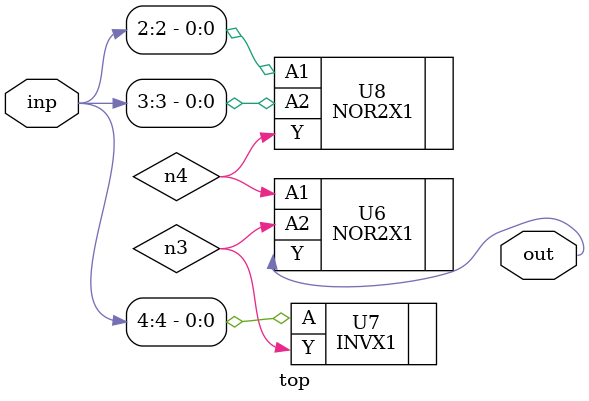
<source format=sv>


module top ( inp, out );
  input [4:0] inp;
  output out;
  wire   n3, n4;

  NOR2X1 U6 ( .A1(n4), .A2(n3), .Y(out) );
  INVX1 U7 ( .A(inp[4]), .Y(n3) );
  NOR2X1 U8 ( .A1(inp[2]), .A2(inp[3]), .Y(n4) );
endmodule


</source>
